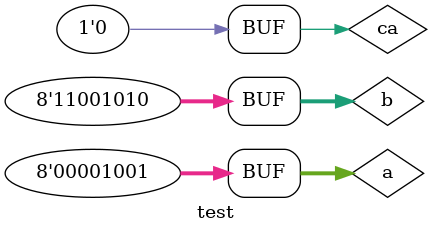
<source format=v>
module test;
  parameter B=8;
  reg [B-1:0]a;
  reg [B-1:0]b;
  reg ca;
  wire [B-1:0]su;
  wire co;
  
  full_add #(B) duv(a,b,ca,su,co);
  initial begin
    $dumpfile("test.vcd");
    $dumpvars;
    $monitor("time=%0t a=%b b=%b ca=%b su=%b co=%b",$time,a,b,ca,su,co);
    
    a=8'b00001111;b=8'b11001100;ca=1'b0; #10;
    a=8'b01101010;b=8'b11010101;ca=1'b0; #10;
    a=8'b01111111;b=8'b11100010;ca=1'b0; #10;
    a=8'b00001001;b=8'b11001010;ca=1'b0; #10;
  end
endmodule

    

</source>
